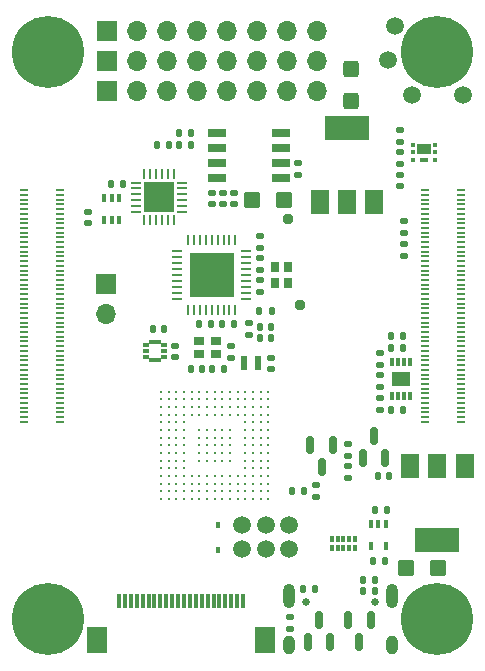
<source format=gbr>
%TF.GenerationSoftware,KiCad,Pcbnew,(6.0.0-0)*%
%TF.CreationDate,2022-02-19T21:54:14+03:00*%
%TF.ProjectId,CopterCat_cm4,436f7074-6572-4436-9174-5f636d342e6b,rev?*%
%TF.SameCoordinates,Original*%
%TF.FileFunction,Soldermask,Top*%
%TF.FilePolarity,Negative*%
%FSLAX46Y46*%
G04 Gerber Fmt 4.6, Leading zero omitted, Abs format (unit mm)*
G04 Created by KiCad (PCBNEW (6.0.0-0)) date 2022-02-19 21:54:14*
%MOMM*%
%LPD*%
G01*
G04 APERTURE LIST*
G04 Aperture macros list*
%AMRoundRect*
0 Rectangle with rounded corners*
0 $1 Rounding radius*
0 $2 $3 $4 $5 $6 $7 $8 $9 X,Y pos of 4 corners*
0 Add a 4 corners polygon primitive as box body*
4,1,4,$2,$3,$4,$5,$6,$7,$8,$9,$2,$3,0*
0 Add four circle primitives for the rounded corners*
1,1,$1+$1,$2,$3*
1,1,$1+$1,$4,$5*
1,1,$1+$1,$6,$7*
1,1,$1+$1,$8,$9*
0 Add four rect primitives between the rounded corners*
20,1,$1+$1,$2,$3,$4,$5,0*
20,1,$1+$1,$4,$5,$6,$7,0*
20,1,$1+$1,$6,$7,$8,$9,0*
20,1,$1+$1,$8,$9,$2,$3,0*%
G04 Aperture macros list end*
%ADD10R,1.500000X2.000000*%
%ADD11R,3.800000X2.000000*%
%ADD12RoundRect,0.135000X-0.185000X0.135000X-0.185000X-0.135000X0.185000X-0.135000X0.185000X0.135000X0*%
%ADD13RoundRect,0.062500X0.350000X0.062500X-0.350000X0.062500X-0.350000X-0.062500X0.350000X-0.062500X0*%
%ADD14RoundRect,0.062500X0.062500X0.350000X-0.062500X0.350000X-0.062500X-0.350000X0.062500X-0.350000X0*%
%ADD15R,2.600000X2.600000*%
%ADD16C,1.500000*%
%ADD17RoundRect,0.135000X0.135000X0.185000X-0.135000X0.185000X-0.135000X-0.185000X0.135000X-0.185000X0*%
%ADD18RoundRect,0.135000X0.185000X-0.135000X0.185000X0.135000X-0.185000X0.135000X-0.185000X-0.135000X0*%
%ADD19RoundRect,0.135000X-0.135000X-0.185000X0.135000X-0.185000X0.135000X0.185000X-0.135000X0.185000X0*%
%ADD20RoundRect,0.062500X-0.062500X0.350000X-0.062500X-0.350000X0.062500X-0.350000X0.062500X0.350000X0*%
%ADD21RoundRect,0.062500X-0.350000X0.062500X-0.350000X-0.062500X0.350000X-0.062500X0.350000X0.062500X0*%
%ADD22R,3.700000X3.700000*%
%ADD23RoundRect,0.140000X-0.170000X0.140000X-0.170000X-0.140000X0.170000X-0.140000X0.170000X0.140000X0*%
%ADD24R,0.425000X0.400000*%
%ADD25R,1.150000X0.950000*%
%ADD26R,0.750000X0.300000*%
%ADD27RoundRect,0.140000X0.140000X0.170000X-0.140000X0.170000X-0.140000X-0.170000X0.140000X-0.170000X0*%
%ADD28R,0.400000X0.650000*%
%ADD29RoundRect,0.150000X-0.150000X0.587500X-0.150000X-0.587500X0.150000X-0.587500X0.150000X0.587500X0*%
%ADD30R,0.900000X0.800000*%
%ADD31R,0.300000X0.550000*%
%ADD32R,0.400000X0.550000*%
%ADD33C,6.100000*%
%ADD34R,0.700000X0.200000*%
%ADD35R,0.800000X0.900000*%
%ADD36R,0.300000X1.300000*%
%ADD37R,1.800000X2.200000*%
%ADD38RoundRect,0.250000X-0.450000X-0.425000X0.450000X-0.425000X0.450000X0.425000X-0.450000X0.425000X0*%
%ADD39RoundRect,0.007000X-0.183000X0.168000X-0.183000X-0.168000X0.183000X-0.168000X0.183000X0.168000X0*%
%ADD40C,0.300000*%
%ADD41RoundRect,0.140000X-0.140000X-0.170000X0.140000X-0.170000X0.140000X0.170000X-0.140000X0.170000X0*%
%ADD42R,1.500000X0.650000*%
%ADD43RoundRect,0.140000X0.170000X-0.140000X0.170000X0.140000X-0.170000X0.140000X-0.170000X-0.140000X0*%
%ADD44RoundRect,0.150000X0.150000X-0.587500X0.150000X0.587500X-0.150000X0.587500X-0.150000X-0.587500X0*%
%ADD45RoundRect,0.250000X0.425000X-0.450000X0.425000X0.450000X-0.425000X0.450000X-0.425000X-0.450000X0*%
%ADD46R,0.450000X0.600000*%
%ADD47R,0.300000X0.750000*%
%ADD48R,1.500000X1.300000*%
%ADD49R,0.600000X1.200000*%
%ADD50R,1.700000X1.700000*%
%ADD51O,1.700000X1.700000*%
%ADD52C,0.950000*%
%ADD53C,0.650000*%
%ADD54O,1.000000X2.100000*%
%ADD55O,1.000000X1.600000*%
G04 APERTURE END LIST*
D10*
%TO.C,U9*%
X246300000Y-119050000D03*
X244000000Y-119050000D03*
D11*
X244000000Y-125350000D03*
D10*
X241700000Y-119050000D03*
%TD*%
D12*
%TO.C,R17*%
X232225000Y-93365000D03*
X232225000Y-94385000D03*
%TD*%
D13*
%TO.C,U8*%
X222387500Y-97550000D03*
X222387500Y-97050000D03*
X222387500Y-96550000D03*
X222387500Y-96050000D03*
X222387500Y-95550000D03*
X222387500Y-95050000D03*
D14*
X221700000Y-94362500D03*
X221200000Y-94362500D03*
X220700000Y-94362500D03*
X220200000Y-94362500D03*
X219700000Y-94362500D03*
X219200000Y-94362500D03*
D13*
X218512500Y-95050000D03*
X218512500Y-95550000D03*
X218512500Y-96050000D03*
X218512500Y-96550000D03*
X218512500Y-97050000D03*
X218512500Y-97550000D03*
D14*
X219200000Y-98237500D03*
X219700000Y-98237500D03*
X220200000Y-98237500D03*
X220700000Y-98237500D03*
X221200000Y-98237500D03*
X221700000Y-98237500D03*
D15*
X220450000Y-96300000D03*
%TD*%
D16*
%TO.C,IO19*%
X240450000Y-81775000D03*
%TD*%
D17*
%TO.C,R38*%
X233635000Y-129475000D03*
X232615000Y-129475000D03*
%TD*%
D18*
%TO.C,R20*%
X241150000Y-101235000D03*
X241150000Y-100215000D03*
%TD*%
D17*
%TO.C,R48*%
X224860000Y-107050000D03*
X223840000Y-107050000D03*
%TD*%
D19*
%TO.C,R15*%
X222165000Y-90875000D03*
X223185000Y-90875000D03*
%TD*%
D20*
%TO.C,U19*%
X226900000Y-99932500D03*
X226400000Y-99932500D03*
X225900000Y-99932500D03*
X225400000Y-99932500D03*
X224900000Y-99932500D03*
X224400000Y-99932500D03*
X223900000Y-99932500D03*
X223400000Y-99932500D03*
X222900000Y-99932500D03*
D21*
X221962500Y-100870000D03*
X221962500Y-101370000D03*
X221962500Y-101870000D03*
X221962500Y-102370000D03*
X221962500Y-102870000D03*
X221962500Y-103370000D03*
X221962500Y-103870000D03*
X221962500Y-104370000D03*
X221962500Y-104870000D03*
D20*
X222900000Y-105807500D03*
X223400000Y-105807500D03*
X223900000Y-105807500D03*
X224400000Y-105807500D03*
X224900000Y-105807500D03*
X225400000Y-105807500D03*
X225900000Y-105807500D03*
X226400000Y-105807500D03*
X226900000Y-105807500D03*
D21*
X227837500Y-104870000D03*
X227837500Y-104370000D03*
X227837500Y-103870000D03*
X227837500Y-103370000D03*
X227837500Y-102870000D03*
X227837500Y-102370000D03*
X227837500Y-101870000D03*
X227837500Y-101370000D03*
X227837500Y-100870000D03*
D22*
X224900000Y-102870000D03*
%TD*%
D12*
%TO.C,R51*%
X229000000Y-99540000D03*
X229000000Y-100560000D03*
%TD*%
D23*
%TO.C,C9*%
X229925000Y-109870000D03*
X229925000Y-110830000D03*
%TD*%
D16*
%TO.C,GND1*%
X246175000Y-87625000D03*
%TD*%
D23*
%TO.C,C25*%
X240800000Y-94420000D03*
X240800000Y-95380000D03*
%TD*%
D24*
%TO.C,Q8*%
X241912500Y-91850000D03*
X241912500Y-92500000D03*
X241912500Y-93150000D03*
X243787500Y-93150000D03*
X243787500Y-92500000D03*
X243787500Y-91850000D03*
D25*
X242850000Y-92175000D03*
D26*
X242850000Y-93150000D03*
%TD*%
D23*
%TO.C,C20*%
X228990000Y-101470000D03*
X228990000Y-102430000D03*
%TD*%
D27*
%TO.C,C8*%
X225910000Y-110800000D03*
X224950000Y-110800000D03*
%TD*%
D12*
%TO.C,R43*%
X236425000Y-119065000D03*
X236425000Y-120085000D03*
%TD*%
D28*
%TO.C,U13*%
X239650000Y-123950000D03*
X239000000Y-123950000D03*
X238350000Y-123950000D03*
X238350000Y-125850000D03*
X239650000Y-125850000D03*
%TD*%
D19*
%TO.C,R50*%
X238590000Y-127100000D03*
X239610000Y-127100000D03*
%TD*%
D28*
%TO.C,Q3*%
X217075000Y-96350000D03*
X216425000Y-96350000D03*
X215775000Y-96350000D03*
X215775000Y-98250000D03*
X216425000Y-98250000D03*
X217075000Y-98250000D03*
%TD*%
D23*
%TO.C,C21*%
X228990000Y-103330000D03*
X228990000Y-104290000D03*
%TD*%
D29*
%TO.C,Q7*%
X235150000Y-117262500D03*
X233250000Y-117262500D03*
X234200000Y-119137500D03*
%TD*%
D23*
%TO.C,C7*%
X221775000Y-108895000D03*
X221775000Y-109855000D03*
%TD*%
D17*
%TO.C,R29*%
X241110000Y-108025000D03*
X240090000Y-108025000D03*
%TD*%
D30*
%TO.C,Y1*%
X225230000Y-108450000D03*
X223830000Y-108450000D03*
X223830000Y-109550000D03*
X225230000Y-109550000D03*
%TD*%
D16*
%TO.C,IO14*%
X241850000Y-87625000D03*
%TD*%
D31*
%TO.C,U15*%
X237050000Y-125215000D03*
X236550000Y-125215000D03*
D32*
X236050000Y-125215000D03*
D31*
X235550000Y-125215000D03*
X235050000Y-125215000D03*
X235050000Y-125985000D03*
X235550000Y-125985000D03*
D32*
X236050000Y-125985000D03*
D31*
X236550000Y-125985000D03*
X237050000Y-125985000D03*
%TD*%
D18*
%TO.C,R47*%
X240800000Y-93510000D03*
X240800000Y-92490000D03*
%TD*%
D29*
%TO.C,Q4*%
X238350000Y-132062500D03*
X236450000Y-132062500D03*
X237400000Y-133937500D03*
%TD*%
D27*
%TO.C,C22*%
X229930000Y-107275000D03*
X228970000Y-107275000D03*
%TD*%
D33*
%TO.C,U6*%
X211000000Y-84000000D03*
X244000000Y-84000000D03*
X211000000Y-132000000D03*
X244000000Y-132000000D03*
D34*
X246000000Y-115300000D03*
X242920000Y-115300000D03*
X246000000Y-114900000D03*
X242920000Y-114900000D03*
X246000000Y-114500000D03*
X242920000Y-114500000D03*
X246000000Y-114100000D03*
X242920000Y-114100000D03*
X246000000Y-113700000D03*
X242920000Y-113700000D03*
X246000000Y-113300000D03*
X242920000Y-113300000D03*
X246000000Y-112900000D03*
X242920000Y-112900000D03*
X246000000Y-112500000D03*
X242920000Y-112500000D03*
X246000000Y-112100000D03*
X242920000Y-112100000D03*
X246000000Y-111700000D03*
X242920000Y-111700000D03*
X246000000Y-111300000D03*
X242920000Y-111300000D03*
X246000000Y-110900000D03*
X242920000Y-110900000D03*
X246000000Y-110500000D03*
X242920000Y-110500000D03*
X246000000Y-110100000D03*
X242920000Y-110100000D03*
X246000000Y-109700000D03*
X242920000Y-109700000D03*
X246000000Y-109300000D03*
X242920000Y-109300000D03*
X246000000Y-108900000D03*
X242920000Y-108900000D03*
X246000000Y-108500000D03*
X242920000Y-108500000D03*
X246000000Y-108100000D03*
X242920000Y-108100000D03*
X246000000Y-107700000D03*
X242920000Y-107700000D03*
X246000000Y-107300000D03*
X242920000Y-107300000D03*
X246000000Y-106900000D03*
X242920000Y-106900000D03*
X246000000Y-106500000D03*
X242920000Y-106500000D03*
X246000000Y-106100000D03*
X242920000Y-106100000D03*
X246000000Y-105700000D03*
X242920000Y-105700000D03*
X246000000Y-105300000D03*
X242920000Y-105300000D03*
X246000000Y-104900000D03*
X242920000Y-104900000D03*
X246000000Y-104500000D03*
X242920000Y-104500000D03*
X246000000Y-104100000D03*
X242920000Y-104100000D03*
X246000000Y-103700000D03*
X242920000Y-103700000D03*
X246000000Y-103300000D03*
X242920000Y-103300000D03*
X246000000Y-102900000D03*
X242920000Y-102900000D03*
X246000000Y-102500000D03*
X242920000Y-102500000D03*
X246000000Y-102100000D03*
X242920000Y-102100000D03*
X246000000Y-101700000D03*
X242920000Y-101700000D03*
X246000000Y-101300000D03*
X242920000Y-101300000D03*
X246000000Y-100900000D03*
X242920000Y-100900000D03*
X246000000Y-100500000D03*
X242920000Y-100500000D03*
X246000000Y-100100000D03*
X242920000Y-100100000D03*
X246000000Y-99700000D03*
X242920000Y-99700000D03*
X246000000Y-99300000D03*
X242920000Y-99300000D03*
X246000000Y-98900000D03*
X242920000Y-98900000D03*
X246000000Y-98500000D03*
X242920000Y-98500000D03*
X246000000Y-98100000D03*
X242920000Y-98100000D03*
X246000000Y-97700000D03*
X242920000Y-97700000D03*
X246000000Y-97300000D03*
X242920000Y-97300000D03*
X246000000Y-96900000D03*
X242920000Y-96900000D03*
X246000000Y-96500000D03*
X242920000Y-96500000D03*
X246000000Y-96100000D03*
X242920000Y-96100000D03*
X246000000Y-95700000D03*
X242920000Y-95700000D03*
X212080000Y-115300000D03*
X209000000Y-115300000D03*
X212080000Y-114900000D03*
X209000000Y-114900000D03*
X212080000Y-114500000D03*
X209000000Y-114500000D03*
X212080000Y-114100000D03*
X209000000Y-114100000D03*
X212080000Y-113700000D03*
X209000000Y-113700000D03*
X212080000Y-113300000D03*
X209000000Y-113300000D03*
X212080000Y-112900000D03*
X209000000Y-112900000D03*
X212080000Y-112500000D03*
X209000000Y-112500000D03*
X212080000Y-112100000D03*
X209000000Y-112100000D03*
X212080000Y-111700000D03*
X209000000Y-111700000D03*
X212080000Y-111300000D03*
X209000000Y-111300000D03*
X212080000Y-110900000D03*
X209000000Y-110900000D03*
X212080000Y-110500000D03*
X209000000Y-110500000D03*
X212080000Y-110100000D03*
X209000000Y-110100000D03*
X212080000Y-109700000D03*
X209000000Y-109700000D03*
X212080000Y-109300000D03*
X209000000Y-109300000D03*
X212080000Y-108900000D03*
X209000000Y-108900000D03*
X212080000Y-108500000D03*
X209000000Y-108500000D03*
X212080000Y-108100000D03*
X209000000Y-108100000D03*
X212080000Y-107700000D03*
X209000000Y-107700000D03*
X212080000Y-107300000D03*
X209000000Y-107300000D03*
X212080000Y-106900000D03*
X209000000Y-106900000D03*
X212080000Y-106500000D03*
X209000000Y-106500000D03*
X212080000Y-106100000D03*
X209000000Y-106100000D03*
X212080000Y-105700000D03*
X209000000Y-105700000D03*
X212080000Y-105300000D03*
X209000000Y-105300000D03*
X212080000Y-104900000D03*
X209000000Y-104900000D03*
X212080000Y-104500000D03*
X209000000Y-104500000D03*
X212080000Y-104100000D03*
X209000000Y-104100000D03*
X212080000Y-103700000D03*
X209000000Y-103700000D03*
X212080000Y-103300000D03*
X209000000Y-103300000D03*
X212080000Y-102900000D03*
X209000000Y-102900000D03*
X212080000Y-102500000D03*
X209000000Y-102500000D03*
X212080000Y-102100000D03*
X209000000Y-102100000D03*
X212080000Y-101700000D03*
X209000000Y-101700000D03*
X212080000Y-101300000D03*
X209000000Y-101300000D03*
X212080000Y-100900000D03*
X209000000Y-100900000D03*
X212080000Y-100500000D03*
X209000000Y-100500000D03*
X212080000Y-100100000D03*
X209000000Y-100100000D03*
X212080000Y-99700000D03*
X209000000Y-99700000D03*
X212080000Y-99300000D03*
X209000000Y-99300000D03*
X212080000Y-98900000D03*
X209000000Y-98900000D03*
X212080000Y-98500000D03*
X209000000Y-98500000D03*
X212080000Y-98100000D03*
X209000000Y-98100000D03*
X212080000Y-97700000D03*
X209000000Y-97700000D03*
X212080000Y-97300000D03*
X209000000Y-97300000D03*
X212080000Y-96900000D03*
X209000000Y-96900000D03*
X212080000Y-96500000D03*
X209000000Y-96500000D03*
X212080000Y-96100000D03*
X209000000Y-96100000D03*
X212080000Y-95700000D03*
X209000000Y-95700000D03*
%TD*%
D17*
%TO.C,R39*%
X238760000Y-128700000D03*
X237740000Y-128700000D03*
%TD*%
D19*
%TO.C,R52*%
X228940000Y-105900000D03*
X229960000Y-105900000D03*
%TD*%
D35*
%TO.C,Y3*%
X230230000Y-102190000D03*
X230230000Y-103590000D03*
X231330000Y-103590000D03*
X231330000Y-102190000D03*
%TD*%
D23*
%TO.C,C42*%
X224900000Y-95920000D03*
X224900000Y-96880000D03*
%TD*%
D36*
%TO.C,CAM1*%
X217050000Y-130500000D03*
X217550000Y-130500000D03*
X218050000Y-130500000D03*
X218550000Y-130500000D03*
X219050000Y-130500000D03*
X219550000Y-130500000D03*
X220050000Y-130500000D03*
X220550000Y-130500000D03*
X221050000Y-130500000D03*
X221550000Y-130500000D03*
X222050000Y-130500000D03*
X222550000Y-130500000D03*
X223050000Y-130500000D03*
X223550000Y-130500000D03*
X224050000Y-130500000D03*
X224550000Y-130500000D03*
X225050000Y-130500000D03*
X225550000Y-130500000D03*
X226050000Y-130500000D03*
X226550000Y-130500000D03*
X227050000Y-130500000D03*
X227550000Y-130500000D03*
D37*
X215150000Y-133750000D03*
X229450000Y-133750000D03*
%TD*%
D23*
%TO.C,C19*%
X214425000Y-97520000D03*
X214425000Y-98480000D03*
%TD*%
D38*
%TO.C,C41*%
X241350000Y-127700000D03*
X244050000Y-127700000D03*
%TD*%
D39*
%TO.C,U3*%
X220350000Y-108517500D03*
X219850000Y-108517500D03*
X219335000Y-108782500D03*
X219335000Y-109282500D03*
X219335000Y-109782500D03*
X219850000Y-110047500D03*
X220350000Y-110047500D03*
X220865000Y-109782500D03*
X220865000Y-109282500D03*
X220865000Y-108782500D03*
%TD*%
D40*
%TO.C,U1*%
X229700000Y-112750000D03*
X229700000Y-113400000D03*
X229700000Y-114050000D03*
X229700000Y-114700000D03*
X229700000Y-115350000D03*
X229700000Y-116000000D03*
X229700000Y-116650000D03*
X229700000Y-117300000D03*
X229700000Y-117950000D03*
X229700000Y-118600000D03*
X229700000Y-119250000D03*
X229700000Y-119900000D03*
X229700000Y-120550000D03*
X229700000Y-121200000D03*
X229700000Y-121850000D03*
X229050000Y-112750000D03*
X229050000Y-113400000D03*
X229050000Y-114050000D03*
X229050000Y-114700000D03*
X229050000Y-115350000D03*
X229050000Y-116000000D03*
X229050000Y-116650000D03*
X229050000Y-117300000D03*
X229050000Y-117950000D03*
X229050000Y-118600000D03*
X229050000Y-119250000D03*
X229050000Y-119900000D03*
X229050000Y-120550000D03*
X229050000Y-121200000D03*
X229050000Y-121850000D03*
X228400000Y-112750000D03*
X228400000Y-113400000D03*
X228400000Y-114050000D03*
X228400000Y-114700000D03*
X228400000Y-115350000D03*
X228400000Y-116000000D03*
X228400000Y-116650000D03*
X228400000Y-117300000D03*
X228400000Y-117950000D03*
X228400000Y-118600000D03*
X228400000Y-119250000D03*
X228400000Y-119900000D03*
X228400000Y-120550000D03*
X228400000Y-121200000D03*
X228400000Y-121850000D03*
X227750000Y-112750000D03*
X227750000Y-113400000D03*
X227750000Y-114050000D03*
X227750000Y-114700000D03*
X227750000Y-115350000D03*
X227750000Y-116000000D03*
X227750000Y-116650000D03*
X227750000Y-117300000D03*
X227750000Y-117950000D03*
X227750000Y-118600000D03*
X227750000Y-119250000D03*
X227750000Y-119900000D03*
X227750000Y-120550000D03*
X227750000Y-121200000D03*
X227750000Y-121850000D03*
X227100000Y-112750000D03*
X227100000Y-113400000D03*
X227100000Y-114050000D03*
X227100000Y-114700000D03*
X227100000Y-119900000D03*
X227100000Y-120550000D03*
X227100000Y-121200000D03*
X227100000Y-121850000D03*
X226450000Y-112750000D03*
X226450000Y-113400000D03*
X226450000Y-114050000D03*
X226450000Y-114700000D03*
X226450000Y-116000000D03*
X226450000Y-116650000D03*
X226450000Y-117300000D03*
X226450000Y-117950000D03*
X226450000Y-118600000D03*
X226450000Y-119900000D03*
X226450000Y-120550000D03*
X226450000Y-121200000D03*
X226450000Y-121850000D03*
X225800000Y-112750000D03*
X225800000Y-113400000D03*
X225800000Y-114050000D03*
X225800000Y-114700000D03*
X225800000Y-116000000D03*
X225800000Y-116650000D03*
X225800000Y-117300000D03*
X225800000Y-117950000D03*
X225800000Y-118600000D03*
X225800000Y-119900000D03*
X225800000Y-120550000D03*
X225800000Y-121200000D03*
X225800000Y-121850000D03*
X225150000Y-112750000D03*
X225150000Y-113400000D03*
X225150000Y-114050000D03*
X225150000Y-114700000D03*
X225150000Y-116000000D03*
X225150000Y-116650000D03*
X225150000Y-117300000D03*
X225150000Y-117950000D03*
X225150000Y-118600000D03*
X225150000Y-119900000D03*
X225150000Y-120550000D03*
X225150000Y-121200000D03*
X225150000Y-121850000D03*
X224500000Y-112750000D03*
X224500000Y-113400000D03*
X224500000Y-114050000D03*
X224500000Y-114700000D03*
X224500000Y-116000000D03*
X224500000Y-116650000D03*
X224500000Y-117300000D03*
X224500000Y-117950000D03*
X224500000Y-118600000D03*
X224500000Y-119900000D03*
X224500000Y-120550000D03*
X224500000Y-121200000D03*
X224500000Y-121850000D03*
X223850000Y-112750000D03*
X223850000Y-113400000D03*
X223850000Y-114050000D03*
X223850000Y-114700000D03*
X223850000Y-116000000D03*
X223850000Y-116650000D03*
X223850000Y-117300000D03*
X223850000Y-117950000D03*
X223850000Y-118600000D03*
X223850000Y-119900000D03*
X223850000Y-120550000D03*
X223850000Y-121200000D03*
X223850000Y-121850000D03*
X223200000Y-112750000D03*
X223200000Y-113400000D03*
X223200000Y-114050000D03*
X223200000Y-114700000D03*
X223200000Y-119900000D03*
X223200000Y-120550000D03*
X223200000Y-121200000D03*
X223200000Y-121850000D03*
X222550000Y-112750000D03*
X222550000Y-113400000D03*
X222550000Y-114050000D03*
X222550000Y-114700000D03*
X222550000Y-115350000D03*
X222550000Y-116000000D03*
X222550000Y-116650000D03*
X222550000Y-117300000D03*
X222550000Y-117950000D03*
X222550000Y-118600000D03*
X222550000Y-119250000D03*
X222550000Y-119900000D03*
X222550000Y-120550000D03*
X222550000Y-121200000D03*
X222550000Y-121850000D03*
X221900000Y-112750000D03*
X221900000Y-113400000D03*
X221900000Y-114050000D03*
X221900000Y-114700000D03*
X221900000Y-115350000D03*
X221900000Y-116000000D03*
X221900000Y-116650000D03*
X221900000Y-117300000D03*
X221900000Y-117950000D03*
X221900000Y-118600000D03*
X221900000Y-119250000D03*
X221900000Y-119900000D03*
X221900000Y-120550000D03*
X221900000Y-121200000D03*
X221900000Y-121850000D03*
X221250000Y-112750000D03*
X221250000Y-113400000D03*
X221250000Y-114050000D03*
X221250000Y-114700000D03*
X221250000Y-115350000D03*
X221250000Y-116000000D03*
X221250000Y-116650000D03*
X221250000Y-117300000D03*
X221250000Y-117950000D03*
X221250000Y-118600000D03*
X221250000Y-119250000D03*
X221250000Y-119900000D03*
X221250000Y-120550000D03*
X221250000Y-121200000D03*
X221250000Y-121850000D03*
X220600000Y-112750000D03*
X220600000Y-113400000D03*
X220600000Y-114050000D03*
X220600000Y-114700000D03*
X220600000Y-115350000D03*
X220600000Y-116000000D03*
X220600000Y-116650000D03*
X220600000Y-117300000D03*
X220600000Y-117950000D03*
X220600000Y-118600000D03*
X220600000Y-119250000D03*
X220600000Y-119900000D03*
X220600000Y-120550000D03*
X220600000Y-121200000D03*
X220600000Y-121850000D03*
%TD*%
D16*
%TO.C,IO20*%
X239825000Y-84650000D03*
%TD*%
D38*
%TO.C,C40*%
X228275000Y-96525000D03*
X230975000Y-96525000D03*
%TD*%
D41*
%TO.C,C24*%
X238950000Y-119875000D03*
X239910000Y-119875000D03*
%TD*%
D23*
%TO.C,C44*%
X225875000Y-95920000D03*
X225875000Y-96880000D03*
%TD*%
D42*
%TO.C,IC1*%
X225325000Y-90820000D03*
X225325000Y-92090000D03*
X225325000Y-93360000D03*
X225325000Y-94630000D03*
X230725000Y-94630000D03*
X230725000Y-93360000D03*
X230725000Y-92090000D03*
X230725000Y-90820000D03*
%TD*%
D19*
%TO.C,R30*%
X240090000Y-109025000D03*
X241110000Y-109025000D03*
%TD*%
D43*
%TO.C,C12*%
X226525000Y-109880000D03*
X226525000Y-108920000D03*
%TD*%
D12*
%TO.C,R35*%
X239125000Y-113265000D03*
X239125000Y-114285000D03*
%TD*%
D19*
%TO.C,R8*%
X238690000Y-122800000D03*
X239710000Y-122800000D03*
%TD*%
D12*
%TO.C,R54*%
X231500000Y-131790000D03*
X231500000Y-132810000D03*
%TD*%
D18*
%TO.C,R56*%
X240800000Y-91610000D03*
X240800000Y-90590000D03*
%TD*%
D17*
%TO.C,R53*%
X226760000Y-107050000D03*
X225740000Y-107050000D03*
%TD*%
D41*
%TO.C,C23*%
X228970000Y-108250000D03*
X229930000Y-108250000D03*
%TD*%
D27*
%TO.C,C6*%
X220880000Y-107425000D03*
X219920000Y-107425000D03*
%TD*%
D44*
%TO.C,Q5*%
X233050000Y-133937500D03*
X234950000Y-133937500D03*
X234000000Y-132062500D03*
%TD*%
D19*
%TO.C,R36*%
X240090000Y-114275000D03*
X241110000Y-114275000D03*
%TD*%
D45*
%TO.C,C38*%
X236725000Y-88125000D03*
X236725000Y-85425000D03*
%TD*%
D19*
%TO.C,R18*%
X216365000Y-95200000D03*
X217385000Y-95200000D03*
%TD*%
D18*
%TO.C,R19*%
X241150000Y-99335000D03*
X241150000Y-98315000D03*
%TD*%
%TO.C,R44*%
X236425000Y-118185000D03*
X236425000Y-117165000D03*
%TD*%
D19*
%TO.C,R55*%
X237740000Y-129650000D03*
X238760000Y-129650000D03*
%TD*%
D23*
%TO.C,C43*%
X226800000Y-95920000D03*
X226800000Y-96880000D03*
%TD*%
D16*
%TO.C,STM_DEBUG1*%
X231475000Y-126060000D03*
X229475000Y-126060000D03*
X227475000Y-126060000D03*
X231475000Y-124060000D03*
X229475000Y-124060000D03*
X227475000Y-124060000D03*
%TD*%
D19*
%TO.C,R16*%
X222165000Y-91850000D03*
X223185000Y-91850000D03*
%TD*%
D43*
%TO.C,C35*%
X239125000Y-110480000D03*
X239125000Y-109520000D03*
%TD*%
D46*
%TO.C,D5*%
X225450000Y-126175000D03*
X225450000Y-124075000D03*
%TD*%
D17*
%TO.C,R57*%
X232710000Y-121150000D03*
X231690000Y-121150000D03*
%TD*%
D47*
%TO.C,U16*%
X240200000Y-113100000D03*
X240700000Y-113100000D03*
X241200000Y-113100000D03*
X241700000Y-113100000D03*
X241700000Y-110200000D03*
X241200000Y-110200000D03*
X240700000Y-110200000D03*
X240200000Y-110200000D03*
D48*
X240950000Y-111650000D03*
%TD*%
D27*
%TO.C,C27*%
X221255000Y-91850000D03*
X220295000Y-91850000D03*
%TD*%
D44*
%TO.C,Q6*%
X237700000Y-118387500D03*
X239600000Y-118387500D03*
X238650000Y-116512500D03*
%TD*%
D23*
%TO.C,C37*%
X233700000Y-120670000D03*
X233700000Y-121630000D03*
%TD*%
D27*
%TO.C,C11*%
X224080000Y-110800000D03*
X223120000Y-110800000D03*
%TD*%
D49*
%TO.C,Y2*%
X228825000Y-110350000D03*
X227625000Y-110350000D03*
%TD*%
D18*
%TO.C,R37*%
X239125000Y-112385000D03*
X239125000Y-111365000D03*
%TD*%
%TO.C,R49*%
X228050000Y-107960000D03*
X228050000Y-106940000D03*
%TD*%
D10*
%TO.C,U12*%
X234050000Y-96700000D03*
D11*
X236350000Y-90400000D03*
D10*
X236350000Y-96700000D03*
X238650000Y-96700000D03*
%TD*%
D50*
%TO.C,J4*%
X216000000Y-87280000D03*
D51*
X218540000Y-87280000D03*
X221080000Y-87280000D03*
X223620000Y-87280000D03*
X226160000Y-87280000D03*
X228700000Y-87280000D03*
X231240000Y-87280000D03*
X233780000Y-87280000D03*
%TD*%
D52*
%TO.C,U21*%
X232378320Y-105401820D03*
X231377310Y-98102330D03*
%TD*%
D50*
%TO.C,J2*%
X216000000Y-82200000D03*
D51*
X218540000Y-82200000D03*
X221080000Y-82200000D03*
X223620000Y-82200000D03*
X226160000Y-82200000D03*
X228700000Y-82200000D03*
X231240000Y-82200000D03*
X233780000Y-82200000D03*
%TD*%
D53*
%TO.C,J6*%
X238690000Y-130560000D03*
X232910000Y-130560000D03*
D54*
X231480000Y-130030000D03*
D55*
X240120000Y-134210000D03*
D54*
X240120000Y-130030000D03*
D55*
X231480000Y-134210000D03*
%TD*%
D50*
%TO.C,J3*%
X216000000Y-84740000D03*
D51*
X218540000Y-84740000D03*
X221080000Y-84740000D03*
X223620000Y-84740000D03*
X226160000Y-84740000D03*
X228700000Y-84740000D03*
X231240000Y-84740000D03*
X233780000Y-84740000D03*
%TD*%
D50*
%TO.C,J7*%
X215975000Y-103600000D03*
D51*
X215975000Y-106140000D03*
%TD*%
M02*

</source>
